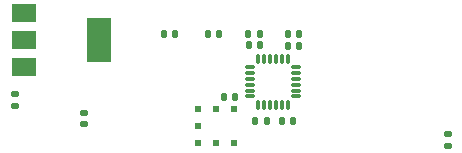
<source format=gbr>
%TF.GenerationSoftware,KiCad,Pcbnew,6.0.4*%
%TF.CreationDate,2022-07-04T15:33:54+01:00*%
%TF.ProjectId,bob,626f622e-6b69-4636-9164-5f7063625858,rev?*%
%TF.SameCoordinates,Original*%
%TF.FileFunction,Paste,Bot*%
%TF.FilePolarity,Positive*%
%FSLAX46Y46*%
G04 Gerber Fmt 4.6, Leading zero omitted, Abs format (unit mm)*
G04 Created by KiCad (PCBNEW 6.0.4) date 2022-07-04 15:33:54*
%MOMM*%
%LPD*%
G01*
G04 APERTURE LIST*
G04 Aperture macros list*
%AMRoundRect*
0 Rectangle with rounded corners*
0 $1 Rounding radius*
0 $2 $3 $4 $5 $6 $7 $8 $9 X,Y pos of 4 corners*
0 Add a 4 corners polygon primitive as box body*
4,1,4,$2,$3,$4,$5,$6,$7,$8,$9,$2,$3,0*
0 Add four circle primitives for the rounded corners*
1,1,$1+$1,$2,$3*
1,1,$1+$1,$4,$5*
1,1,$1+$1,$6,$7*
1,1,$1+$1,$8,$9*
0 Add four rect primitives between the rounded corners*
20,1,$1+$1,$2,$3,$4,$5,0*
20,1,$1+$1,$4,$5,$6,$7,0*
20,1,$1+$1,$6,$7,$8,$9,0*
20,1,$1+$1,$8,$9,$2,$3,0*%
G04 Aperture macros list end*
%ADD10R,0.599440X0.497840*%
%ADD11R,0.497840X0.599440*%
%ADD12RoundRect,0.140000X-0.170000X0.140000X-0.170000X-0.140000X0.170000X-0.140000X0.170000X0.140000X0*%
%ADD13RoundRect,0.075000X-0.075000X0.350000X-0.075000X-0.350000X0.075000X-0.350000X0.075000X0.350000X0*%
%ADD14RoundRect,0.075000X-0.350000X-0.075000X0.350000X-0.075000X0.350000X0.075000X-0.350000X0.075000X0*%
%ADD15R,2.000000X1.500000*%
%ADD16R,2.000000X3.800000*%
%ADD17RoundRect,0.135000X-0.185000X0.135000X-0.185000X-0.135000X0.185000X-0.135000X0.185000X0.135000X0*%
%ADD18RoundRect,0.135000X-0.135000X-0.185000X0.135000X-0.185000X0.135000X0.185000X-0.135000X0.185000X0*%
%ADD19RoundRect,0.135000X0.135000X0.185000X-0.135000X0.185000X-0.135000X-0.185000X0.135000X-0.185000X0*%
%ADD20RoundRect,0.140000X-0.140000X-0.170000X0.140000X-0.170000X0.140000X0.170000X-0.140000X0.170000X0*%
%ADD21RoundRect,0.140000X0.140000X0.170000X-0.140000X0.170000X-0.140000X-0.170000X0.140000X-0.170000X0*%
G04 APERTURE END LIST*
D10*
%TO.C,U5*%
X43251400Y-28534400D03*
X44750000Y-28534400D03*
X46248600Y-28534400D03*
X46248600Y-31430000D03*
X44750000Y-31430000D03*
X43251400Y-31430000D03*
D11*
X43251400Y-29982200D03*
%TD*%
D12*
%TO.C,C15*%
X33579164Y-28840000D03*
X33579164Y-29800000D03*
%TD*%
D13*
%TO.C,U4*%
X48300000Y-28180000D03*
X48800000Y-28180000D03*
X49300000Y-28180000D03*
X49800000Y-28180000D03*
X50300000Y-28180000D03*
X50800000Y-28180000D03*
D14*
X51500000Y-27480000D03*
X51500000Y-26980000D03*
X51500000Y-26480000D03*
X51500000Y-25980000D03*
X51500000Y-25480000D03*
X51500000Y-24980000D03*
D13*
X50800000Y-24280000D03*
X50300000Y-24280000D03*
X49800000Y-24280000D03*
X49300000Y-24280000D03*
X48800000Y-24280000D03*
X48300000Y-24280000D03*
D14*
X47600000Y-24980000D03*
X47600000Y-25480000D03*
X47600000Y-25980000D03*
X47600000Y-26480000D03*
X47600000Y-26980000D03*
X47600000Y-27480000D03*
%TD*%
D15*
%TO.C,U3*%
X28500000Y-24980000D03*
D16*
X34800000Y-22680000D03*
D15*
X28500000Y-22680000D03*
X28500000Y-20380000D03*
%TD*%
D17*
%TO.C,R8*%
X64349164Y-30670000D03*
X64349164Y-31690000D03*
%TD*%
D18*
%TO.C,R7*%
X49019164Y-29580000D03*
X47999164Y-29580000D03*
%TD*%
D19*
%TO.C,R1*%
X48499164Y-22180000D03*
X47479164Y-22180000D03*
%TD*%
D17*
%TO.C,R6*%
X27700000Y-28280000D03*
X27700000Y-27260000D03*
%TD*%
D20*
%TO.C,C16*%
X51279164Y-29580000D03*
X50319164Y-29580000D03*
%TD*%
%TO.C,C10*%
X50789164Y-22230000D03*
X51749164Y-22230000D03*
%TD*%
%TO.C,C13*%
X41299164Y-22180000D03*
X40339164Y-22180000D03*
%TD*%
D21*
%TO.C,C12*%
X44019164Y-22180000D03*
X44979164Y-22180000D03*
%TD*%
%TO.C,C11*%
X47490000Y-23130000D03*
X48450000Y-23130000D03*
%TD*%
D20*
%TO.C,C14*%
X46349164Y-27530000D03*
X45389164Y-27530000D03*
%TD*%
D21*
%TO.C,C4*%
X51749164Y-23180000D03*
X50789164Y-23180000D03*
%TD*%
M02*

</source>
